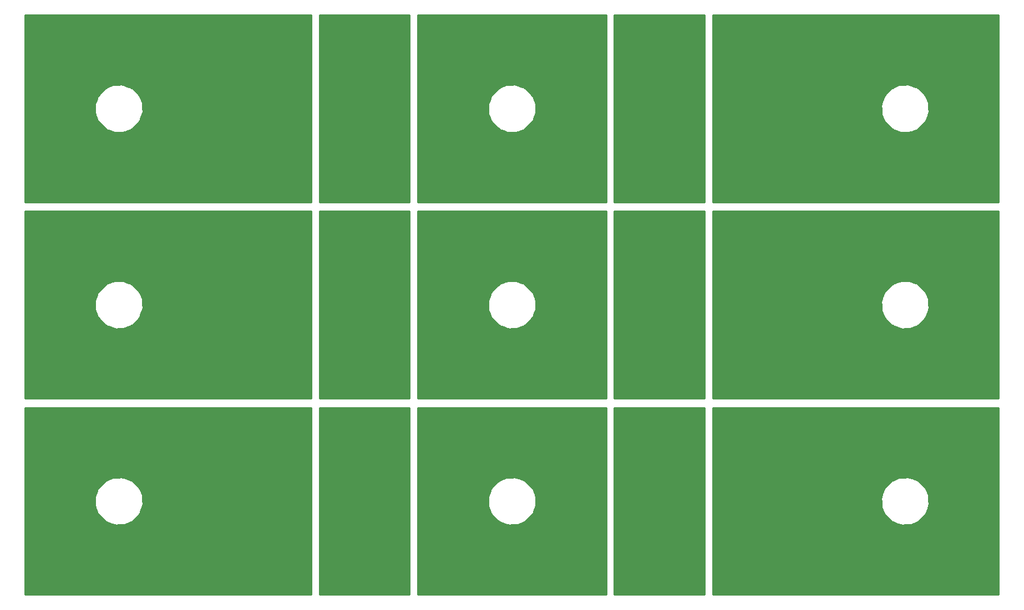
<source format=gbr>
G04 #@! TF.GenerationSoftware,KiCad,Pcbnew,(5.0.0)*
G04 #@! TF.CreationDate,2018-09-02T17:29:03+02:00*
G04 #@! TF.ProjectId,MegaBiels_P,4D6567614269656C735F502E6B696361,rev?*
G04 #@! TF.SameCoordinates,Original*
G04 #@! TF.FileFunction,Copper,L1,Top,Signal*
G04 #@! TF.FilePolarity,Positive*
%FSLAX46Y46*%
G04 Gerber Fmt 4.6, Leading zero omitted, Abs format (unit mm)*
G04 Created by KiCad (PCBNEW (5.0.0)) date 09/02/18 17:29:03*
%MOMM*%
%LPD*%
G01*
G04 APERTURE LIST*
G04 #@! TA.AperFunction,NonConductor*
%ADD10C,0.254000*%
G04 #@! TD*
G04 APERTURE END LIST*
D10*
G36*
X129373000Y-83290000D02*
X85710000Y-83290000D01*
X85710000Y-68501889D01*
X96327410Y-68501889D01*
X96365000Y-69111908D01*
X96365000Y-69723046D01*
X96409240Y-69829852D01*
X96416351Y-69945244D01*
X96797589Y-70865634D01*
X96859287Y-70916359D01*
X96918396Y-71059062D01*
X97940938Y-72081604D01*
X98083641Y-72140713D01*
X98134366Y-72202411D01*
X98712335Y-72401127D01*
X99276954Y-72635000D01*
X99392558Y-72635000D01*
X99501889Y-72672590D01*
X100111908Y-72635000D01*
X100723046Y-72635000D01*
X100829852Y-72590760D01*
X100945244Y-72583649D01*
X101865634Y-72202411D01*
X101916359Y-72140713D01*
X102059062Y-72081604D01*
X103081604Y-71059062D01*
X103140713Y-70916359D01*
X103202411Y-70865634D01*
X103401127Y-70287665D01*
X103635000Y-69723046D01*
X103635000Y-69607442D01*
X103672590Y-69498111D01*
X103635000Y-68888092D01*
X103635000Y-68276954D01*
X103590760Y-68170148D01*
X103583649Y-68054756D01*
X103202411Y-67134366D01*
X103140713Y-67083641D01*
X103081604Y-66940938D01*
X102059062Y-65918396D01*
X101916359Y-65859287D01*
X101865634Y-65797589D01*
X101287665Y-65598873D01*
X100723046Y-65365000D01*
X100607442Y-65365000D01*
X100498111Y-65327410D01*
X99888092Y-65365000D01*
X99276954Y-65365000D01*
X99170148Y-65409240D01*
X99054756Y-65416351D01*
X98134366Y-65797589D01*
X98083641Y-65859287D01*
X97940938Y-65918396D01*
X96918396Y-66940938D01*
X96859287Y-67083641D01*
X96797589Y-67134366D01*
X96598873Y-67712335D01*
X96365000Y-68276954D01*
X96365000Y-68392558D01*
X96327410Y-68501889D01*
X85710000Y-68501889D01*
X85710000Y-54710000D01*
X129373000Y-54710000D01*
X129373000Y-83290000D01*
X129373000Y-83290000D01*
G37*
X129373000Y-83290000D02*
X85710000Y-83290000D01*
X85710000Y-68501889D01*
X96327410Y-68501889D01*
X96365000Y-69111908D01*
X96365000Y-69723046D01*
X96409240Y-69829852D01*
X96416351Y-69945244D01*
X96797589Y-70865634D01*
X96859287Y-70916359D01*
X96918396Y-71059062D01*
X97940938Y-72081604D01*
X98083641Y-72140713D01*
X98134366Y-72202411D01*
X98712335Y-72401127D01*
X99276954Y-72635000D01*
X99392558Y-72635000D01*
X99501889Y-72672590D01*
X100111908Y-72635000D01*
X100723046Y-72635000D01*
X100829852Y-72590760D01*
X100945244Y-72583649D01*
X101865634Y-72202411D01*
X101916359Y-72140713D01*
X102059062Y-72081604D01*
X103081604Y-71059062D01*
X103140713Y-70916359D01*
X103202411Y-70865634D01*
X103401127Y-70287665D01*
X103635000Y-69723046D01*
X103635000Y-69607442D01*
X103672590Y-69498111D01*
X103635000Y-68888092D01*
X103635000Y-68276954D01*
X103590760Y-68170148D01*
X103583649Y-68054756D01*
X103202411Y-67134366D01*
X103140713Y-67083641D01*
X103081604Y-66940938D01*
X102059062Y-65918396D01*
X101916359Y-65859287D01*
X101865634Y-65797589D01*
X101287665Y-65598873D01*
X100723046Y-65365000D01*
X100607442Y-65365000D01*
X100498111Y-65327410D01*
X99888092Y-65365000D01*
X99276954Y-65365000D01*
X99170148Y-65409240D01*
X99054756Y-65416351D01*
X98134366Y-65797589D01*
X98083641Y-65859287D01*
X97940938Y-65918396D01*
X96918396Y-66940938D01*
X96859287Y-67083641D01*
X96797589Y-67134366D01*
X96598873Y-67712335D01*
X96365000Y-68276954D01*
X96365000Y-68392558D01*
X96327410Y-68501889D01*
X85710000Y-68501889D01*
X85710000Y-54710000D01*
X129373000Y-54710000D01*
X129373000Y-83290000D01*
G36*
X144373000Y-83290000D02*
X130627000Y-83290000D01*
X130627000Y-54710000D01*
X144373000Y-54710000D01*
X144373000Y-83290000D01*
X144373000Y-83290000D01*
G37*
X144373000Y-83290000D02*
X130627000Y-83290000D01*
X130627000Y-54710000D01*
X144373000Y-54710000D01*
X144373000Y-83290000D01*
G36*
X234290000Y-83290000D02*
X190627000Y-83290000D01*
X190627000Y-68501889D01*
X216327410Y-68501889D01*
X216365000Y-69111908D01*
X216365000Y-69723046D01*
X216409240Y-69829852D01*
X216416351Y-69945244D01*
X216797589Y-70865634D01*
X216859287Y-70916359D01*
X216918396Y-71059062D01*
X217940938Y-72081604D01*
X218083641Y-72140713D01*
X218134366Y-72202411D01*
X218712335Y-72401127D01*
X219276954Y-72635000D01*
X219392558Y-72635000D01*
X219501889Y-72672590D01*
X220111908Y-72635000D01*
X220723046Y-72635000D01*
X220829852Y-72590760D01*
X220945244Y-72583649D01*
X221865634Y-72202411D01*
X221916359Y-72140713D01*
X222059062Y-72081604D01*
X223081604Y-71059062D01*
X223140713Y-70916359D01*
X223202411Y-70865634D01*
X223401127Y-70287665D01*
X223635000Y-69723046D01*
X223635000Y-69607442D01*
X223672590Y-69498111D01*
X223635000Y-68888092D01*
X223635000Y-68276954D01*
X223590760Y-68170148D01*
X223583649Y-68054756D01*
X223202411Y-67134366D01*
X223140713Y-67083641D01*
X223081604Y-66940938D01*
X222059062Y-65918396D01*
X221916359Y-65859287D01*
X221865634Y-65797589D01*
X221287665Y-65598873D01*
X220723046Y-65365000D01*
X220607442Y-65365000D01*
X220498111Y-65327410D01*
X219888092Y-65365000D01*
X219276954Y-65365000D01*
X219170148Y-65409240D01*
X219054756Y-65416351D01*
X218134366Y-65797589D01*
X218083641Y-65859287D01*
X217940938Y-65918396D01*
X216918396Y-66940938D01*
X216859287Y-67083641D01*
X216797589Y-67134366D01*
X216598873Y-67712335D01*
X216365000Y-68276954D01*
X216365000Y-68392558D01*
X216327410Y-68501889D01*
X190627000Y-68501889D01*
X190627000Y-54710000D01*
X234290001Y-54710000D01*
X234290000Y-83290000D01*
X234290000Y-83290000D01*
G37*
X234290000Y-83290000D02*
X190627000Y-83290000D01*
X190627000Y-68501889D01*
X216327410Y-68501889D01*
X216365000Y-69111908D01*
X216365000Y-69723046D01*
X216409240Y-69829852D01*
X216416351Y-69945244D01*
X216797589Y-70865634D01*
X216859287Y-70916359D01*
X216918396Y-71059062D01*
X217940938Y-72081604D01*
X218083641Y-72140713D01*
X218134366Y-72202411D01*
X218712335Y-72401127D01*
X219276954Y-72635000D01*
X219392558Y-72635000D01*
X219501889Y-72672590D01*
X220111908Y-72635000D01*
X220723046Y-72635000D01*
X220829852Y-72590760D01*
X220945244Y-72583649D01*
X221865634Y-72202411D01*
X221916359Y-72140713D01*
X222059062Y-72081604D01*
X223081604Y-71059062D01*
X223140713Y-70916359D01*
X223202411Y-70865634D01*
X223401127Y-70287665D01*
X223635000Y-69723046D01*
X223635000Y-69607442D01*
X223672590Y-69498111D01*
X223635000Y-68888092D01*
X223635000Y-68276954D01*
X223590760Y-68170148D01*
X223583649Y-68054756D01*
X223202411Y-67134366D01*
X223140713Y-67083641D01*
X223081604Y-66940938D01*
X222059062Y-65918396D01*
X221916359Y-65859287D01*
X221865634Y-65797589D01*
X221287665Y-65598873D01*
X220723046Y-65365000D01*
X220607442Y-65365000D01*
X220498111Y-65327410D01*
X219888092Y-65365000D01*
X219276954Y-65365000D01*
X219170148Y-65409240D01*
X219054756Y-65416351D01*
X218134366Y-65797589D01*
X218083641Y-65859287D01*
X217940938Y-65918396D01*
X216918396Y-66940938D01*
X216859287Y-67083641D01*
X216797589Y-67134366D01*
X216598873Y-67712335D01*
X216365000Y-68276954D01*
X216365000Y-68392558D01*
X216327410Y-68501889D01*
X190627000Y-68501889D01*
X190627000Y-54710000D01*
X234290001Y-54710000D01*
X234290000Y-83290000D01*
G36*
X189373000Y-83290000D02*
X175627000Y-83290000D01*
X175627000Y-54710000D01*
X189373000Y-54710000D01*
X189373000Y-83290000D01*
X189373000Y-83290000D01*
G37*
X189373000Y-83290000D02*
X175627000Y-83290000D01*
X175627000Y-54710000D01*
X189373000Y-54710000D01*
X189373000Y-83290000D01*
G36*
X174373000Y-83290000D02*
X145627000Y-83290000D01*
X145627000Y-68501889D01*
X156327410Y-68501889D01*
X156365000Y-69111908D01*
X156365000Y-69723046D01*
X156409240Y-69829852D01*
X156416351Y-69945244D01*
X156797589Y-70865634D01*
X156859287Y-70916359D01*
X156918396Y-71059062D01*
X157940938Y-72081604D01*
X158083641Y-72140713D01*
X158134366Y-72202411D01*
X158712335Y-72401127D01*
X159276954Y-72635000D01*
X159392558Y-72635000D01*
X159501889Y-72672590D01*
X160111908Y-72635000D01*
X160723046Y-72635000D01*
X160829852Y-72590760D01*
X160945244Y-72583649D01*
X161865634Y-72202411D01*
X161916359Y-72140713D01*
X162059062Y-72081604D01*
X163081604Y-71059062D01*
X163140713Y-70916359D01*
X163202411Y-70865634D01*
X163401127Y-70287665D01*
X163635000Y-69723046D01*
X163635000Y-69607442D01*
X163672590Y-69498111D01*
X163635000Y-68888092D01*
X163635000Y-68276954D01*
X163590760Y-68170148D01*
X163583649Y-68054756D01*
X163202411Y-67134366D01*
X163140713Y-67083641D01*
X163081604Y-66940938D01*
X162059062Y-65918396D01*
X161916359Y-65859287D01*
X161865634Y-65797589D01*
X161287665Y-65598873D01*
X160723046Y-65365000D01*
X160607442Y-65365000D01*
X160498111Y-65327410D01*
X159888092Y-65365000D01*
X159276954Y-65365000D01*
X159170148Y-65409240D01*
X159054756Y-65416351D01*
X158134366Y-65797589D01*
X158083641Y-65859287D01*
X157940938Y-65918396D01*
X156918396Y-66940938D01*
X156859287Y-67083641D01*
X156797589Y-67134366D01*
X156598873Y-67712335D01*
X156365000Y-68276954D01*
X156365000Y-68392558D01*
X156327410Y-68501889D01*
X145627000Y-68501889D01*
X145627000Y-54710000D01*
X174373000Y-54710000D01*
X174373000Y-83290000D01*
X174373000Y-83290000D01*
G37*
X174373000Y-83290000D02*
X145627000Y-83290000D01*
X145627000Y-68501889D01*
X156327410Y-68501889D01*
X156365000Y-69111908D01*
X156365000Y-69723046D01*
X156409240Y-69829852D01*
X156416351Y-69945244D01*
X156797589Y-70865634D01*
X156859287Y-70916359D01*
X156918396Y-71059062D01*
X157940938Y-72081604D01*
X158083641Y-72140713D01*
X158134366Y-72202411D01*
X158712335Y-72401127D01*
X159276954Y-72635000D01*
X159392558Y-72635000D01*
X159501889Y-72672590D01*
X160111908Y-72635000D01*
X160723046Y-72635000D01*
X160829852Y-72590760D01*
X160945244Y-72583649D01*
X161865634Y-72202411D01*
X161916359Y-72140713D01*
X162059062Y-72081604D01*
X163081604Y-71059062D01*
X163140713Y-70916359D01*
X163202411Y-70865634D01*
X163401127Y-70287665D01*
X163635000Y-69723046D01*
X163635000Y-69607442D01*
X163672590Y-69498111D01*
X163635000Y-68888092D01*
X163635000Y-68276954D01*
X163590760Y-68170148D01*
X163583649Y-68054756D01*
X163202411Y-67134366D01*
X163140713Y-67083641D01*
X163081604Y-66940938D01*
X162059062Y-65918396D01*
X161916359Y-65859287D01*
X161865634Y-65797589D01*
X161287665Y-65598873D01*
X160723046Y-65365000D01*
X160607442Y-65365000D01*
X160498111Y-65327410D01*
X159888092Y-65365000D01*
X159276954Y-65365000D01*
X159170148Y-65409240D01*
X159054756Y-65416351D01*
X158134366Y-65797589D01*
X158083641Y-65859287D01*
X157940938Y-65918396D01*
X156918396Y-66940938D01*
X156859287Y-67083641D01*
X156797589Y-67134366D01*
X156598873Y-67712335D01*
X156365000Y-68276954D01*
X156365000Y-68392558D01*
X156327410Y-68501889D01*
X145627000Y-68501889D01*
X145627000Y-54710000D01*
X174373000Y-54710000D01*
X174373000Y-83290000D01*
G36*
X174373000Y-113290000D02*
X145627000Y-113290000D01*
X145627000Y-98501889D01*
X156327410Y-98501889D01*
X156365000Y-99111908D01*
X156365000Y-99723046D01*
X156409240Y-99829852D01*
X156416351Y-99945244D01*
X156797589Y-100865634D01*
X156859287Y-100916359D01*
X156918396Y-101059062D01*
X157940938Y-102081604D01*
X158083641Y-102140713D01*
X158134366Y-102202411D01*
X158712335Y-102401127D01*
X159276954Y-102635000D01*
X159392558Y-102635000D01*
X159501889Y-102672590D01*
X160111908Y-102635000D01*
X160723046Y-102635000D01*
X160829852Y-102590760D01*
X160945244Y-102583649D01*
X161865634Y-102202411D01*
X161916359Y-102140713D01*
X162059062Y-102081604D01*
X163081604Y-101059062D01*
X163140713Y-100916359D01*
X163202411Y-100865634D01*
X163401127Y-100287665D01*
X163635000Y-99723046D01*
X163635000Y-99607442D01*
X163672590Y-99498111D01*
X163635000Y-98888092D01*
X163635000Y-98276954D01*
X163590760Y-98170148D01*
X163583649Y-98054756D01*
X163202411Y-97134366D01*
X163140713Y-97083641D01*
X163081604Y-96940938D01*
X162059062Y-95918396D01*
X161916359Y-95859287D01*
X161865634Y-95797589D01*
X161287665Y-95598873D01*
X160723046Y-95365000D01*
X160607442Y-95365000D01*
X160498111Y-95327410D01*
X159888092Y-95365000D01*
X159276954Y-95365000D01*
X159170148Y-95409240D01*
X159054756Y-95416351D01*
X158134366Y-95797589D01*
X158083641Y-95859287D01*
X157940938Y-95918396D01*
X156918396Y-96940938D01*
X156859287Y-97083641D01*
X156797589Y-97134366D01*
X156598873Y-97712335D01*
X156365000Y-98276954D01*
X156365000Y-98392558D01*
X156327410Y-98501889D01*
X145627000Y-98501889D01*
X145627000Y-84710000D01*
X174373000Y-84710000D01*
X174373000Y-113290000D01*
X174373000Y-113290000D01*
G37*
X174373000Y-113290000D02*
X145627000Y-113290000D01*
X145627000Y-98501889D01*
X156327410Y-98501889D01*
X156365000Y-99111908D01*
X156365000Y-99723046D01*
X156409240Y-99829852D01*
X156416351Y-99945244D01*
X156797589Y-100865634D01*
X156859287Y-100916359D01*
X156918396Y-101059062D01*
X157940938Y-102081604D01*
X158083641Y-102140713D01*
X158134366Y-102202411D01*
X158712335Y-102401127D01*
X159276954Y-102635000D01*
X159392558Y-102635000D01*
X159501889Y-102672590D01*
X160111908Y-102635000D01*
X160723046Y-102635000D01*
X160829852Y-102590760D01*
X160945244Y-102583649D01*
X161865634Y-102202411D01*
X161916359Y-102140713D01*
X162059062Y-102081604D01*
X163081604Y-101059062D01*
X163140713Y-100916359D01*
X163202411Y-100865634D01*
X163401127Y-100287665D01*
X163635000Y-99723046D01*
X163635000Y-99607442D01*
X163672590Y-99498111D01*
X163635000Y-98888092D01*
X163635000Y-98276954D01*
X163590760Y-98170148D01*
X163583649Y-98054756D01*
X163202411Y-97134366D01*
X163140713Y-97083641D01*
X163081604Y-96940938D01*
X162059062Y-95918396D01*
X161916359Y-95859287D01*
X161865634Y-95797589D01*
X161287665Y-95598873D01*
X160723046Y-95365000D01*
X160607442Y-95365000D01*
X160498111Y-95327410D01*
X159888092Y-95365000D01*
X159276954Y-95365000D01*
X159170148Y-95409240D01*
X159054756Y-95416351D01*
X158134366Y-95797589D01*
X158083641Y-95859287D01*
X157940938Y-95918396D01*
X156918396Y-96940938D01*
X156859287Y-97083641D01*
X156797589Y-97134366D01*
X156598873Y-97712335D01*
X156365000Y-98276954D01*
X156365000Y-98392558D01*
X156327410Y-98501889D01*
X145627000Y-98501889D01*
X145627000Y-84710000D01*
X174373000Y-84710000D01*
X174373000Y-113290000D01*
G36*
X144373000Y-113290000D02*
X130627000Y-113290000D01*
X130627000Y-84710000D01*
X144373000Y-84710000D01*
X144373000Y-113290000D01*
X144373000Y-113290000D01*
G37*
X144373000Y-113290000D02*
X130627000Y-113290000D01*
X130627000Y-84710000D01*
X144373000Y-84710000D01*
X144373000Y-113290000D01*
G36*
X234290000Y-113290000D02*
X190627000Y-113290000D01*
X190627000Y-98501889D01*
X216327410Y-98501889D01*
X216365000Y-99111908D01*
X216365000Y-99723046D01*
X216409240Y-99829852D01*
X216416351Y-99945244D01*
X216797589Y-100865634D01*
X216859287Y-100916359D01*
X216918396Y-101059062D01*
X217940938Y-102081604D01*
X218083641Y-102140713D01*
X218134366Y-102202411D01*
X218712335Y-102401127D01*
X219276954Y-102635000D01*
X219392558Y-102635000D01*
X219501889Y-102672590D01*
X220111908Y-102635000D01*
X220723046Y-102635000D01*
X220829852Y-102590760D01*
X220945244Y-102583649D01*
X221865634Y-102202411D01*
X221916359Y-102140713D01*
X222059062Y-102081604D01*
X223081604Y-101059062D01*
X223140713Y-100916359D01*
X223202411Y-100865634D01*
X223401127Y-100287665D01*
X223635000Y-99723046D01*
X223635000Y-99607442D01*
X223672590Y-99498111D01*
X223635000Y-98888092D01*
X223635000Y-98276954D01*
X223590760Y-98170148D01*
X223583649Y-98054756D01*
X223202411Y-97134366D01*
X223140713Y-97083641D01*
X223081604Y-96940938D01*
X222059062Y-95918396D01*
X221916359Y-95859287D01*
X221865634Y-95797589D01*
X221287665Y-95598873D01*
X220723046Y-95365000D01*
X220607442Y-95365000D01*
X220498111Y-95327410D01*
X219888092Y-95365000D01*
X219276954Y-95365000D01*
X219170148Y-95409240D01*
X219054756Y-95416351D01*
X218134366Y-95797589D01*
X218083641Y-95859287D01*
X217940938Y-95918396D01*
X216918396Y-96940938D01*
X216859287Y-97083641D01*
X216797589Y-97134366D01*
X216598873Y-97712335D01*
X216365000Y-98276954D01*
X216365000Y-98392558D01*
X216327410Y-98501889D01*
X190627000Y-98501889D01*
X190627000Y-84710000D01*
X234290001Y-84710000D01*
X234290000Y-113290000D01*
X234290000Y-113290000D01*
G37*
X234290000Y-113290000D02*
X190627000Y-113290000D01*
X190627000Y-98501889D01*
X216327410Y-98501889D01*
X216365000Y-99111908D01*
X216365000Y-99723046D01*
X216409240Y-99829852D01*
X216416351Y-99945244D01*
X216797589Y-100865634D01*
X216859287Y-100916359D01*
X216918396Y-101059062D01*
X217940938Y-102081604D01*
X218083641Y-102140713D01*
X218134366Y-102202411D01*
X218712335Y-102401127D01*
X219276954Y-102635000D01*
X219392558Y-102635000D01*
X219501889Y-102672590D01*
X220111908Y-102635000D01*
X220723046Y-102635000D01*
X220829852Y-102590760D01*
X220945244Y-102583649D01*
X221865634Y-102202411D01*
X221916359Y-102140713D01*
X222059062Y-102081604D01*
X223081604Y-101059062D01*
X223140713Y-100916359D01*
X223202411Y-100865634D01*
X223401127Y-100287665D01*
X223635000Y-99723046D01*
X223635000Y-99607442D01*
X223672590Y-99498111D01*
X223635000Y-98888092D01*
X223635000Y-98276954D01*
X223590760Y-98170148D01*
X223583649Y-98054756D01*
X223202411Y-97134366D01*
X223140713Y-97083641D01*
X223081604Y-96940938D01*
X222059062Y-95918396D01*
X221916359Y-95859287D01*
X221865634Y-95797589D01*
X221287665Y-95598873D01*
X220723046Y-95365000D01*
X220607442Y-95365000D01*
X220498111Y-95327410D01*
X219888092Y-95365000D01*
X219276954Y-95365000D01*
X219170148Y-95409240D01*
X219054756Y-95416351D01*
X218134366Y-95797589D01*
X218083641Y-95859287D01*
X217940938Y-95918396D01*
X216918396Y-96940938D01*
X216859287Y-97083641D01*
X216797589Y-97134366D01*
X216598873Y-97712335D01*
X216365000Y-98276954D01*
X216365000Y-98392558D01*
X216327410Y-98501889D01*
X190627000Y-98501889D01*
X190627000Y-84710000D01*
X234290001Y-84710000D01*
X234290000Y-113290000D01*
G36*
X189373000Y-113290000D02*
X175627000Y-113290000D01*
X175627000Y-84710000D01*
X189373000Y-84710000D01*
X189373000Y-113290000D01*
X189373000Y-113290000D01*
G37*
X189373000Y-113290000D02*
X175627000Y-113290000D01*
X175627000Y-84710000D01*
X189373000Y-84710000D01*
X189373000Y-113290000D01*
G36*
X129373000Y-113290000D02*
X85710000Y-113290000D01*
X85710000Y-98501889D01*
X96327410Y-98501889D01*
X96365000Y-99111908D01*
X96365000Y-99723046D01*
X96409240Y-99829852D01*
X96416351Y-99945244D01*
X96797589Y-100865634D01*
X96859287Y-100916359D01*
X96918396Y-101059062D01*
X97940938Y-102081604D01*
X98083641Y-102140713D01*
X98134366Y-102202411D01*
X98712335Y-102401127D01*
X99276954Y-102635000D01*
X99392558Y-102635000D01*
X99501889Y-102672590D01*
X100111908Y-102635000D01*
X100723046Y-102635000D01*
X100829852Y-102590760D01*
X100945244Y-102583649D01*
X101865634Y-102202411D01*
X101916359Y-102140713D01*
X102059062Y-102081604D01*
X103081604Y-101059062D01*
X103140713Y-100916359D01*
X103202411Y-100865634D01*
X103401127Y-100287665D01*
X103635000Y-99723046D01*
X103635000Y-99607442D01*
X103672590Y-99498111D01*
X103635000Y-98888092D01*
X103635000Y-98276954D01*
X103590760Y-98170148D01*
X103583649Y-98054756D01*
X103202411Y-97134366D01*
X103140713Y-97083641D01*
X103081604Y-96940938D01*
X102059062Y-95918396D01*
X101916359Y-95859287D01*
X101865634Y-95797589D01*
X101287665Y-95598873D01*
X100723046Y-95365000D01*
X100607442Y-95365000D01*
X100498111Y-95327410D01*
X99888092Y-95365000D01*
X99276954Y-95365000D01*
X99170148Y-95409240D01*
X99054756Y-95416351D01*
X98134366Y-95797589D01*
X98083641Y-95859287D01*
X97940938Y-95918396D01*
X96918396Y-96940938D01*
X96859287Y-97083641D01*
X96797589Y-97134366D01*
X96598873Y-97712335D01*
X96365000Y-98276954D01*
X96365000Y-98392558D01*
X96327410Y-98501889D01*
X85710000Y-98501889D01*
X85710000Y-84710000D01*
X129373000Y-84710000D01*
X129373000Y-113290000D01*
X129373000Y-113290000D01*
G37*
X129373000Y-113290000D02*
X85710000Y-113290000D01*
X85710000Y-98501889D01*
X96327410Y-98501889D01*
X96365000Y-99111908D01*
X96365000Y-99723046D01*
X96409240Y-99829852D01*
X96416351Y-99945244D01*
X96797589Y-100865634D01*
X96859287Y-100916359D01*
X96918396Y-101059062D01*
X97940938Y-102081604D01*
X98083641Y-102140713D01*
X98134366Y-102202411D01*
X98712335Y-102401127D01*
X99276954Y-102635000D01*
X99392558Y-102635000D01*
X99501889Y-102672590D01*
X100111908Y-102635000D01*
X100723046Y-102635000D01*
X100829852Y-102590760D01*
X100945244Y-102583649D01*
X101865634Y-102202411D01*
X101916359Y-102140713D01*
X102059062Y-102081604D01*
X103081604Y-101059062D01*
X103140713Y-100916359D01*
X103202411Y-100865634D01*
X103401127Y-100287665D01*
X103635000Y-99723046D01*
X103635000Y-99607442D01*
X103672590Y-99498111D01*
X103635000Y-98888092D01*
X103635000Y-98276954D01*
X103590760Y-98170148D01*
X103583649Y-98054756D01*
X103202411Y-97134366D01*
X103140713Y-97083641D01*
X103081604Y-96940938D01*
X102059062Y-95918396D01*
X101916359Y-95859287D01*
X101865634Y-95797589D01*
X101287665Y-95598873D01*
X100723046Y-95365000D01*
X100607442Y-95365000D01*
X100498111Y-95327410D01*
X99888092Y-95365000D01*
X99276954Y-95365000D01*
X99170148Y-95409240D01*
X99054756Y-95416351D01*
X98134366Y-95797589D01*
X98083641Y-95859287D01*
X97940938Y-95918396D01*
X96918396Y-96940938D01*
X96859287Y-97083641D01*
X96797589Y-97134366D01*
X96598873Y-97712335D01*
X96365000Y-98276954D01*
X96365000Y-98392558D01*
X96327410Y-98501889D01*
X85710000Y-98501889D01*
X85710000Y-84710000D01*
X129373000Y-84710000D01*
X129373000Y-113290000D01*
G36*
X129373000Y-143290000D02*
X85710000Y-143290000D01*
X85710000Y-128501889D01*
X96327410Y-128501889D01*
X96365000Y-129111908D01*
X96365000Y-129723046D01*
X96409240Y-129829852D01*
X96416351Y-129945244D01*
X96797589Y-130865634D01*
X96859287Y-130916359D01*
X96918396Y-131059062D01*
X97940938Y-132081604D01*
X98083641Y-132140713D01*
X98134366Y-132202411D01*
X98712335Y-132401127D01*
X99276954Y-132635000D01*
X99392558Y-132635000D01*
X99501889Y-132672590D01*
X100111908Y-132635000D01*
X100723046Y-132635000D01*
X100829852Y-132590760D01*
X100945244Y-132583649D01*
X101865634Y-132202411D01*
X101916359Y-132140713D01*
X102059062Y-132081604D01*
X103081604Y-131059062D01*
X103140713Y-130916359D01*
X103202411Y-130865634D01*
X103401127Y-130287665D01*
X103635000Y-129723046D01*
X103635000Y-129607442D01*
X103672590Y-129498111D01*
X103635000Y-128888092D01*
X103635000Y-128276954D01*
X103590760Y-128170148D01*
X103583649Y-128054756D01*
X103202411Y-127134366D01*
X103140713Y-127083641D01*
X103081604Y-126940938D01*
X102059062Y-125918396D01*
X101916359Y-125859287D01*
X101865634Y-125797589D01*
X101287665Y-125598873D01*
X100723046Y-125365000D01*
X100607442Y-125365000D01*
X100498111Y-125327410D01*
X99888092Y-125365000D01*
X99276954Y-125365000D01*
X99170148Y-125409240D01*
X99054756Y-125416351D01*
X98134366Y-125797589D01*
X98083641Y-125859287D01*
X97940938Y-125918396D01*
X96918396Y-126940938D01*
X96859287Y-127083641D01*
X96797589Y-127134366D01*
X96598873Y-127712335D01*
X96365000Y-128276954D01*
X96365000Y-128392558D01*
X96327410Y-128501889D01*
X85710000Y-128501889D01*
X85710000Y-114710000D01*
X129373000Y-114710000D01*
X129373000Y-143290000D01*
X129373000Y-143290000D01*
G37*
X129373000Y-143290000D02*
X85710000Y-143290000D01*
X85710000Y-128501889D01*
X96327410Y-128501889D01*
X96365000Y-129111908D01*
X96365000Y-129723046D01*
X96409240Y-129829852D01*
X96416351Y-129945244D01*
X96797589Y-130865634D01*
X96859287Y-130916359D01*
X96918396Y-131059062D01*
X97940938Y-132081604D01*
X98083641Y-132140713D01*
X98134366Y-132202411D01*
X98712335Y-132401127D01*
X99276954Y-132635000D01*
X99392558Y-132635000D01*
X99501889Y-132672590D01*
X100111908Y-132635000D01*
X100723046Y-132635000D01*
X100829852Y-132590760D01*
X100945244Y-132583649D01*
X101865634Y-132202411D01*
X101916359Y-132140713D01*
X102059062Y-132081604D01*
X103081604Y-131059062D01*
X103140713Y-130916359D01*
X103202411Y-130865634D01*
X103401127Y-130287665D01*
X103635000Y-129723046D01*
X103635000Y-129607442D01*
X103672590Y-129498111D01*
X103635000Y-128888092D01*
X103635000Y-128276954D01*
X103590760Y-128170148D01*
X103583649Y-128054756D01*
X103202411Y-127134366D01*
X103140713Y-127083641D01*
X103081604Y-126940938D01*
X102059062Y-125918396D01*
X101916359Y-125859287D01*
X101865634Y-125797589D01*
X101287665Y-125598873D01*
X100723046Y-125365000D01*
X100607442Y-125365000D01*
X100498111Y-125327410D01*
X99888092Y-125365000D01*
X99276954Y-125365000D01*
X99170148Y-125409240D01*
X99054756Y-125416351D01*
X98134366Y-125797589D01*
X98083641Y-125859287D01*
X97940938Y-125918396D01*
X96918396Y-126940938D01*
X96859287Y-127083641D01*
X96797589Y-127134366D01*
X96598873Y-127712335D01*
X96365000Y-128276954D01*
X96365000Y-128392558D01*
X96327410Y-128501889D01*
X85710000Y-128501889D01*
X85710000Y-114710000D01*
X129373000Y-114710000D01*
X129373000Y-143290000D01*
G36*
X144373000Y-143290000D02*
X130627000Y-143290000D01*
X130627000Y-114710000D01*
X144373000Y-114710000D01*
X144373000Y-143290000D01*
X144373000Y-143290000D01*
G37*
X144373000Y-143290000D02*
X130627000Y-143290000D01*
X130627000Y-114710000D01*
X144373000Y-114710000D01*
X144373000Y-143290000D01*
G36*
X174373000Y-143290000D02*
X145627000Y-143290000D01*
X145627000Y-128501889D01*
X156327410Y-128501889D01*
X156365000Y-129111908D01*
X156365000Y-129723046D01*
X156409240Y-129829852D01*
X156416351Y-129945244D01*
X156797589Y-130865634D01*
X156859287Y-130916359D01*
X156918396Y-131059062D01*
X157940938Y-132081604D01*
X158083641Y-132140713D01*
X158134366Y-132202411D01*
X158712335Y-132401127D01*
X159276954Y-132635000D01*
X159392558Y-132635000D01*
X159501889Y-132672590D01*
X160111908Y-132635000D01*
X160723046Y-132635000D01*
X160829852Y-132590760D01*
X160945244Y-132583649D01*
X161865634Y-132202411D01*
X161916359Y-132140713D01*
X162059062Y-132081604D01*
X163081604Y-131059062D01*
X163140713Y-130916359D01*
X163202411Y-130865634D01*
X163401127Y-130287665D01*
X163635000Y-129723046D01*
X163635000Y-129607442D01*
X163672590Y-129498111D01*
X163635000Y-128888092D01*
X163635000Y-128276954D01*
X163590760Y-128170148D01*
X163583649Y-128054756D01*
X163202411Y-127134366D01*
X163140713Y-127083641D01*
X163081604Y-126940938D01*
X162059062Y-125918396D01*
X161916359Y-125859287D01*
X161865634Y-125797589D01*
X161287665Y-125598873D01*
X160723046Y-125365000D01*
X160607442Y-125365000D01*
X160498111Y-125327410D01*
X159888092Y-125365000D01*
X159276954Y-125365000D01*
X159170148Y-125409240D01*
X159054756Y-125416351D01*
X158134366Y-125797589D01*
X158083641Y-125859287D01*
X157940938Y-125918396D01*
X156918396Y-126940938D01*
X156859287Y-127083641D01*
X156797589Y-127134366D01*
X156598873Y-127712335D01*
X156365000Y-128276954D01*
X156365000Y-128392558D01*
X156327410Y-128501889D01*
X145627000Y-128501889D01*
X145627000Y-114710000D01*
X174373000Y-114710000D01*
X174373000Y-143290000D01*
X174373000Y-143290000D01*
G37*
X174373000Y-143290000D02*
X145627000Y-143290000D01*
X145627000Y-128501889D01*
X156327410Y-128501889D01*
X156365000Y-129111908D01*
X156365000Y-129723046D01*
X156409240Y-129829852D01*
X156416351Y-129945244D01*
X156797589Y-130865634D01*
X156859287Y-130916359D01*
X156918396Y-131059062D01*
X157940938Y-132081604D01*
X158083641Y-132140713D01*
X158134366Y-132202411D01*
X158712335Y-132401127D01*
X159276954Y-132635000D01*
X159392558Y-132635000D01*
X159501889Y-132672590D01*
X160111908Y-132635000D01*
X160723046Y-132635000D01*
X160829852Y-132590760D01*
X160945244Y-132583649D01*
X161865634Y-132202411D01*
X161916359Y-132140713D01*
X162059062Y-132081604D01*
X163081604Y-131059062D01*
X163140713Y-130916359D01*
X163202411Y-130865634D01*
X163401127Y-130287665D01*
X163635000Y-129723046D01*
X163635000Y-129607442D01*
X163672590Y-129498111D01*
X163635000Y-128888092D01*
X163635000Y-128276954D01*
X163590760Y-128170148D01*
X163583649Y-128054756D01*
X163202411Y-127134366D01*
X163140713Y-127083641D01*
X163081604Y-126940938D01*
X162059062Y-125918396D01*
X161916359Y-125859287D01*
X161865634Y-125797589D01*
X161287665Y-125598873D01*
X160723046Y-125365000D01*
X160607442Y-125365000D01*
X160498111Y-125327410D01*
X159888092Y-125365000D01*
X159276954Y-125365000D01*
X159170148Y-125409240D01*
X159054756Y-125416351D01*
X158134366Y-125797589D01*
X158083641Y-125859287D01*
X157940938Y-125918396D01*
X156918396Y-126940938D01*
X156859287Y-127083641D01*
X156797589Y-127134366D01*
X156598873Y-127712335D01*
X156365000Y-128276954D01*
X156365000Y-128392558D01*
X156327410Y-128501889D01*
X145627000Y-128501889D01*
X145627000Y-114710000D01*
X174373000Y-114710000D01*
X174373000Y-143290000D01*
G36*
X189373000Y-143290000D02*
X175627000Y-143290000D01*
X175627000Y-114710000D01*
X189373000Y-114710000D01*
X189373000Y-143290000D01*
X189373000Y-143290000D01*
G37*
X189373000Y-143290000D02*
X175627000Y-143290000D01*
X175627000Y-114710000D01*
X189373000Y-114710000D01*
X189373000Y-143290000D01*
G36*
X234290000Y-143290000D02*
X190627000Y-143290000D01*
X190627000Y-128501889D01*
X216327410Y-128501889D01*
X216365000Y-129111908D01*
X216365000Y-129723046D01*
X216409240Y-129829852D01*
X216416351Y-129945244D01*
X216797589Y-130865634D01*
X216859287Y-130916359D01*
X216918396Y-131059062D01*
X217940938Y-132081604D01*
X218083641Y-132140713D01*
X218134366Y-132202411D01*
X218712335Y-132401127D01*
X219276954Y-132635000D01*
X219392558Y-132635000D01*
X219501889Y-132672590D01*
X220111908Y-132635000D01*
X220723046Y-132635000D01*
X220829852Y-132590760D01*
X220945244Y-132583649D01*
X221865634Y-132202411D01*
X221916359Y-132140713D01*
X222059062Y-132081604D01*
X223081604Y-131059062D01*
X223140713Y-130916359D01*
X223202411Y-130865634D01*
X223401127Y-130287665D01*
X223635000Y-129723046D01*
X223635000Y-129607442D01*
X223672590Y-129498111D01*
X223635000Y-128888092D01*
X223635000Y-128276954D01*
X223590760Y-128170148D01*
X223583649Y-128054756D01*
X223202411Y-127134366D01*
X223140713Y-127083641D01*
X223081604Y-126940938D01*
X222059062Y-125918396D01*
X221916359Y-125859287D01*
X221865634Y-125797589D01*
X221287665Y-125598873D01*
X220723046Y-125365000D01*
X220607442Y-125365000D01*
X220498111Y-125327410D01*
X219888092Y-125365000D01*
X219276954Y-125365000D01*
X219170148Y-125409240D01*
X219054756Y-125416351D01*
X218134366Y-125797589D01*
X218083641Y-125859287D01*
X217940938Y-125918396D01*
X216918396Y-126940938D01*
X216859287Y-127083641D01*
X216797589Y-127134366D01*
X216598873Y-127712335D01*
X216365000Y-128276954D01*
X216365000Y-128392558D01*
X216327410Y-128501889D01*
X190627000Y-128501889D01*
X190627000Y-114710000D01*
X234290001Y-114710000D01*
X234290000Y-143290000D01*
X234290000Y-143290000D01*
G37*
X234290000Y-143290000D02*
X190627000Y-143290000D01*
X190627000Y-128501889D01*
X216327410Y-128501889D01*
X216365000Y-129111908D01*
X216365000Y-129723046D01*
X216409240Y-129829852D01*
X216416351Y-129945244D01*
X216797589Y-130865634D01*
X216859287Y-130916359D01*
X216918396Y-131059062D01*
X217940938Y-132081604D01*
X218083641Y-132140713D01*
X218134366Y-132202411D01*
X218712335Y-132401127D01*
X219276954Y-132635000D01*
X219392558Y-132635000D01*
X219501889Y-132672590D01*
X220111908Y-132635000D01*
X220723046Y-132635000D01*
X220829852Y-132590760D01*
X220945244Y-132583649D01*
X221865634Y-132202411D01*
X221916359Y-132140713D01*
X222059062Y-132081604D01*
X223081604Y-131059062D01*
X223140713Y-130916359D01*
X223202411Y-130865634D01*
X223401127Y-130287665D01*
X223635000Y-129723046D01*
X223635000Y-129607442D01*
X223672590Y-129498111D01*
X223635000Y-128888092D01*
X223635000Y-128276954D01*
X223590760Y-128170148D01*
X223583649Y-128054756D01*
X223202411Y-127134366D01*
X223140713Y-127083641D01*
X223081604Y-126940938D01*
X222059062Y-125918396D01*
X221916359Y-125859287D01*
X221865634Y-125797589D01*
X221287665Y-125598873D01*
X220723046Y-125365000D01*
X220607442Y-125365000D01*
X220498111Y-125327410D01*
X219888092Y-125365000D01*
X219276954Y-125365000D01*
X219170148Y-125409240D01*
X219054756Y-125416351D01*
X218134366Y-125797589D01*
X218083641Y-125859287D01*
X217940938Y-125918396D01*
X216918396Y-126940938D01*
X216859287Y-127083641D01*
X216797589Y-127134366D01*
X216598873Y-127712335D01*
X216365000Y-128276954D01*
X216365000Y-128392558D01*
X216327410Y-128501889D01*
X190627000Y-128501889D01*
X190627000Y-114710000D01*
X234290001Y-114710000D01*
X234290000Y-143290000D01*
M02*

</source>
